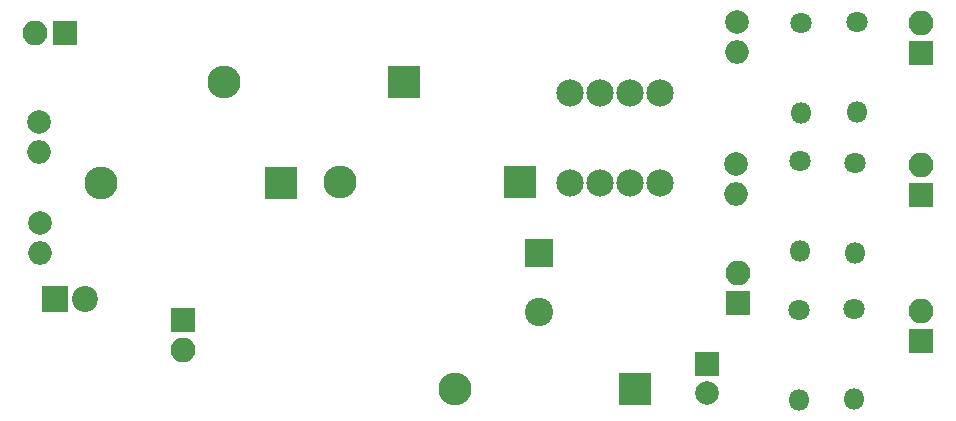
<source format=gbr>
G04 #@! TF.FileFunction,Soldermask,Bot*
%FSLAX46Y46*%
G04 Gerber Fmt 4.6, Leading zero omitted, Abs format (unit mm)*
G04 Created by KiCad (PCBNEW 4.0.5) date 04/12/17 15:31:13*
%MOMM*%
%LPD*%
G01*
G04 APERTURE LIST*
%ADD10C,0.025400*%
%ADD11R,2.400000X2.400000*%
%ADD12C,2.400000*%
%ADD13R,2.000000X2.000000*%
%ADD14C,2.000000*%
%ADD15R,2.100000X2.100000*%
%ADD16O,2.100000X2.100000*%
%ADD17C,2.305000*%
%ADD18R,2.200000X2.200000*%
%ADD19C,2.200000*%
%ADD20R,2.800000X2.800000*%
%ADD21O,2.800000X2.800000*%
%ADD22C,1.800000*%
%ADD23O,1.800000X1.800000*%
%ADD24O,2.000000X2.000000*%
G04 APERTURE END LIST*
D10*
D11*
X47625000Y15621000D03*
D12*
X47625000Y10621000D03*
D13*
X61823600Y6197600D03*
D14*
X61823600Y3697600D03*
D15*
X64490600Y11353800D03*
D16*
X64490600Y13893800D03*
D15*
X7505700Y34201100D03*
D16*
X4965700Y34201100D03*
D15*
X79959200Y32512000D03*
D16*
X79959200Y35052000D03*
D15*
X17462500Y9931400D03*
D16*
X17462500Y7391400D03*
D15*
X79959200Y8153400D03*
D16*
X79959200Y10693400D03*
D17*
X57899300Y29121100D03*
X55359300Y29121100D03*
X52819300Y29121100D03*
X50279300Y29121100D03*
X50279300Y21501100D03*
X52819300Y21501100D03*
X55359300Y21501100D03*
X57899300Y21501100D03*
D15*
X79959200Y20510500D03*
D16*
X79959200Y23050500D03*
D18*
X6616700Y11709400D03*
D19*
X9156700Y11709400D03*
D20*
X25819100Y21488400D03*
D21*
X10579100Y21488400D03*
D20*
X36182300Y30022800D03*
D21*
X20942300Y30022800D03*
D20*
X45999400Y21577300D03*
D21*
X30759400Y21577300D03*
D22*
X69824600Y35090100D03*
D23*
X69824600Y27470100D03*
D22*
X69735700Y23355300D03*
D23*
X69735700Y15735300D03*
D22*
X74536300Y35179000D03*
D23*
X74536300Y27559000D03*
D22*
X74358500Y23177500D03*
D23*
X74358500Y15557500D03*
D22*
X69646800Y10731500D03*
D23*
X69646800Y3111500D03*
D22*
X74269600Y10820400D03*
D23*
X74269600Y3200400D03*
D20*
X55778400Y4064000D03*
D21*
X40538400Y4064000D03*
D14*
X5283200Y26644600D03*
D24*
X5283200Y24104600D03*
D14*
X5372100Y18110200D03*
D24*
X5372100Y15570200D03*
D14*
X64401700Y35179000D03*
D24*
X64401700Y32639000D03*
D14*
X64312800Y23088600D03*
D24*
X64312800Y20548600D03*
M02*

</source>
